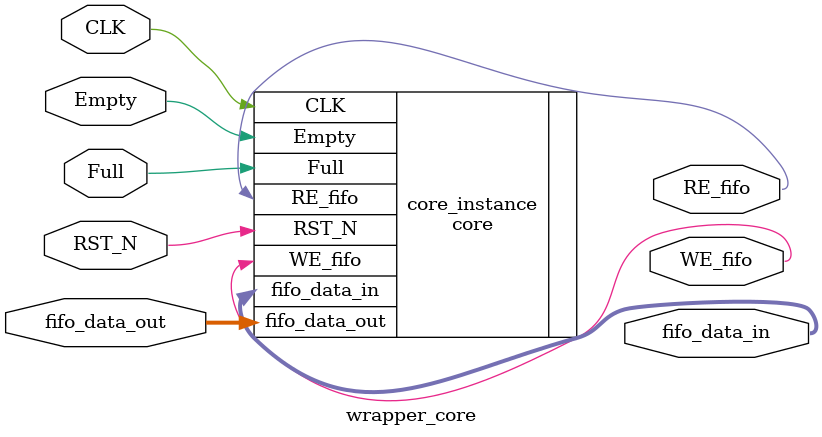
<source format=v>
module wrapper_core (
    input  wire CLK, RST_N,
    input  wire Empty, Full,
    input  wire [7:0] fifo_data_out,
    output wire RE_fifo, WE_fifo,
    output wire [7:0] fifo_data_in 
);

    core core_instance(.CLK(CLK), .RST_N(RST_N), 
                       .Empty(Empty), .Full(Full),
                       .fifo_data_out(fifo_data_out),
                       .RE_fifo(RE_fifo), .WE_fifo(WE_fifo), .fifo_data_in(fifo_data_in));

endmodule

</source>
